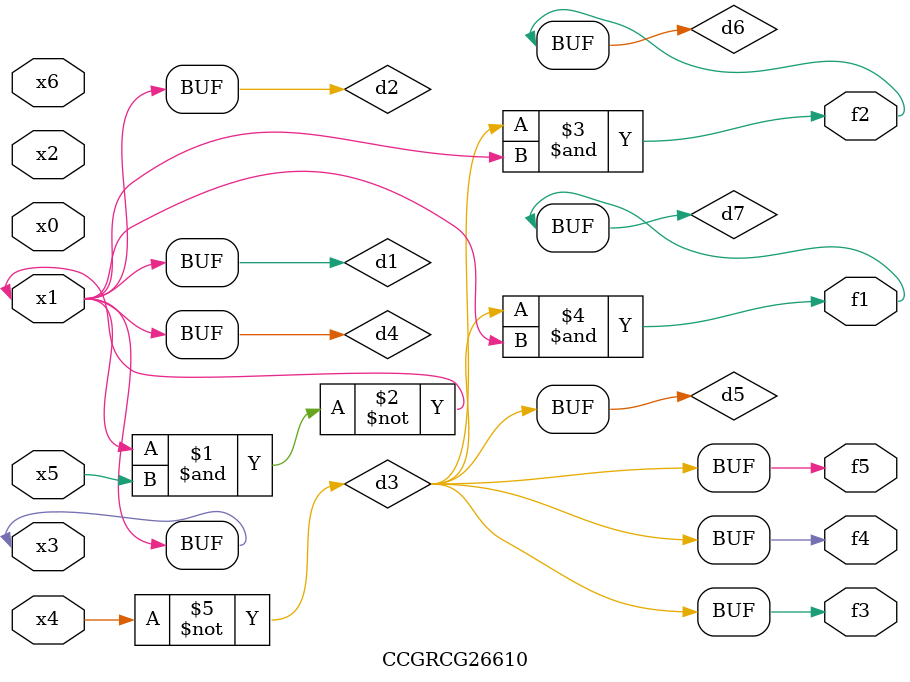
<source format=v>
module CCGRCG26610(
	input x0, x1, x2, x3, x4, x5, x6,
	output f1, f2, f3, f4, f5
);

	wire d1, d2, d3, d4, d5, d6, d7;

	buf (d1, x1, x3);
	nand (d2, x1, x5);
	not (d3, x4);
	buf (d4, d1, d2);
	buf (d5, d3);
	and (d6, d3, d4);
	and (d7, d3, d4);
	assign f1 = d7;
	assign f2 = d6;
	assign f3 = d5;
	assign f4 = d5;
	assign f5 = d5;
endmodule

</source>
